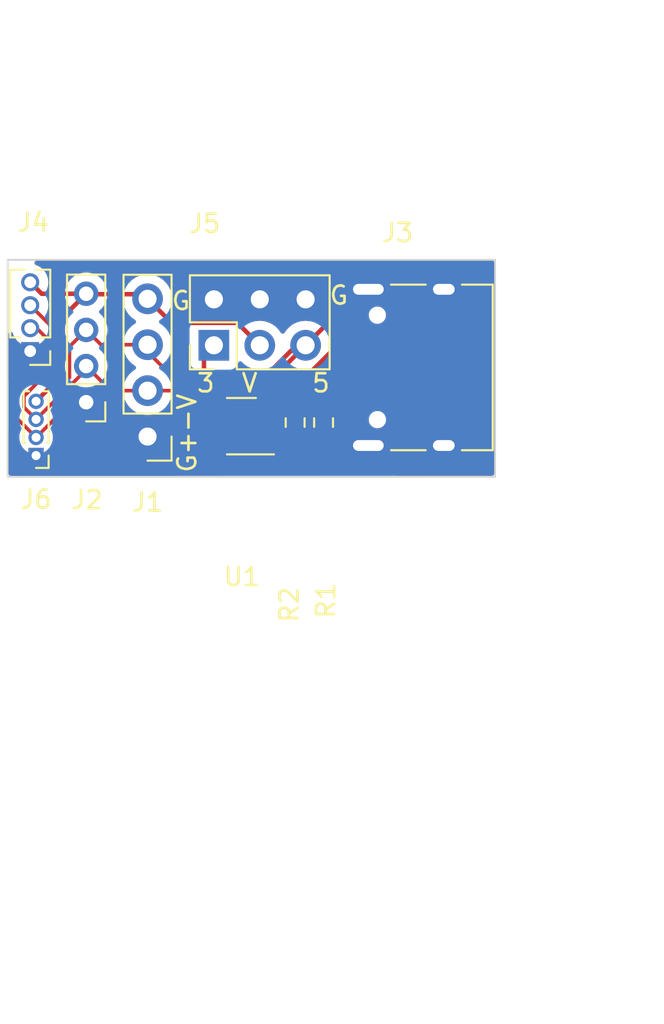
<source format=kicad_pcb>
(kicad_pcb (version 20221018) (generator pcbnew)
  (layers (0 "F.Cu" signal) (31 "B.Cu" signal) (34 "B.Paste" user) (35 "F.Paste" user) (36 "B.SilkS" user "B.Silkscreen") (37 "F.SilkS" user "F.Silkscreen") (38 "B.Mask" user) (39 "F.Mask" user) (44 "Edge.Cuts" user))
  (net 0 "")
  (net 1 "GND")
  (net 2 "/D+")
  (net 3 "/D-")
  (net 4 "/VOUT")
  (net 5 "/5V")
  (net 7 "/3V3")
  (net 8 "Net-(J3-CC1)")
  (net 9 "Net-(J3-CC2)")
  (footprint "Resistor_SMD:R_0603_1608Metric" (layer "F.Cu") (at 128.925 84 90)
    (fp_text reference "R2" (at -10.075 -0.325 90) (layer "F.SilkS"))
    (fp_text value "5.1k")
    (fp_line (start -0.237258 -0.5225) (end 0.237258 -0.5225) (stroke (width 0.12)) (layer "F.SilkS"))
    (fp_line (start -0.237258 0.5225) (end 0.237258 0.5225) (stroke (width 0.12)) (layer "F.SilkS"))
    (pad "1" smd roundrect (at -0.825 0 90) (size 0.8 0.95) (layers "F.Cu" "F.Paste" "F.Mask") (net 1 "GND"))
    (pad "2" smd roundrect (at 0.825 0 90) (size 0.8 0.95) (layers "F.Cu" "F.Paste" "F.Mask") (net 9 "Net-(J3-CC2)"))
  )
  (footprint "Connector_PinHeader_2.54mm:PinHeader_1x04_P2.54mm_Vertical" (layer "F.Cu") (at 120.75 84.775 180)
    (fp_text reference "J1" (at 0 -3.6322) (layer "F.SilkS"))
    (fp_text value "Conn_01x04_Pin")
    (fp_line (start -1.33 -1.33) (end 0 -1.33) (stroke (width 0.12)) (layer "F.SilkS"))
    (fp_line (start -1.33 0) (end -1.33 -1.33) (stroke (width 0.12)) (layer "F.SilkS"))
    (fp_line (start -1.33 1.27) (end -1.33 8.95) (stroke (width 0.12)) (layer "F.SilkS"))
    (fp_line (start -1.33 1.27) (end 1.33 1.27) (stroke (width 0.12)) (layer "F.SilkS"))
    (fp_line (start -1.33 8.95) (end 1.33 8.95) (stroke (width 0.12)) (layer "F.SilkS"))
    (fp_line (start 1.33 1.27) (end 1.33 8.95) (stroke (width 0.12)) (layer "F.SilkS"))
    (pad "1" thru_hole rect (at 0 0 180) (size 1.7 1.7) (drill 1) (layers "*.Cu" "*.Mask") (net 1 "GND"))
    (pad "2" thru_hole oval (at 0 2.54 180) (size 1.7 1.7) (drill 1) (layers "*.Cu" "*.Mask") (net 2 "/D+"))
    (pad "3" thru_hole oval (at 0 5.08 180) (size 1.7 1.7) (drill 1) (layers "*.Cu" "*.Mask") (net 3 "/D-"))
    (pad "4" thru_hole oval (at 0 7.62 180) (size 1.7 1.7) (drill 1) (layers "*.Cu" "*.Mask") (net 4 "/VOUT"))
  )
  (footprint "Connector_USB:USB_C_Receptacle_XKB_U262-16XN-4BVC11" (layer "F.Cu") (at 136.085 80.95 90)
    (fp_text reference "J3" (at 7.45 -1.485 180) (layer "F.SilkS"))
    (fp_text value "USB_C_Receptacle_USB2.0_14P")
    (fp_line (start -4.58 -1.85) (end -4.58 0.07) (stroke (width 0.12)) (layer "F.SilkS"))
    (fp_line (start -4.58 3.785) (end -4.58 2.08) (stroke (width 0.12)) (layer "F.SilkS"))
    (fp_line (start 4.58 0.07) (end 4.58 -1.85) (stroke (width 0.12)) (layer "F.SilkS"))
    (fp_line (start 4.58 2.08) (end 4.58 3.785) (stroke (width 0.12)) (layer "F.SilkS"))
    (fp_line (start 4.58 3.785) (end -4.58 3.785) (stroke (width 0.12)) (layer "F.SilkS"))
    (pad "" np_thru_hole circle (at -2.89 -2.605 90) (size 0.65 0.65) (drill 0.65) (layers "*.Cu" "*.Mask"))
    (pad "" np_thru_hole circle (at 2.89 -2.605 90) (size 0.65 0.65) (drill 0.65) (layers "*.Cu" "*.Mask"))
    (pad "A1" smd rect (at -3.35 -3.67 90) (size 0.3 1.15) (layers "F.Cu" "F.Paste" "F.Mask") (net 1 "GND"))
    (pad "A4" smd rect (at -2.55 -3.67 90) (size 0.3 1.15) (layers "F.Cu" "F.Paste" "F.Mask") (net 5 "/5V"))
    (pad "A5" smd rect (at -1.25 -3.67 90) (size 0.3 1.15) (layers "F.Cu" "F.Paste" "F.Mask") (net 8 "Net-(J3-CC1)"))
    (pad "A6" smd rect (at -0.25 -3.67 90) (size 0.3 1.15) (layers "F.Cu" "F.Paste" "F.Mask") (net 2 "/D+"))
    (pad "A7" smd rect (at 0.25 -3.67 90) (size 0.3 1.15) (layers "F.Cu" "F.Paste" "F.Mask") (net 3 "/D-"))
    (pad "A8" smd rect (at 1.25 -3.67 90) (size 0.3 1.15) (layers "F.Cu" "F.Paste" "F.Mask"))
    (pad "A9" smd rect (at 2.55 -3.67 90) (size 0.3 1.15) (layers "F.Cu" "F.Paste" "F.Mask") (net 5 "/5V"))
    (pad "A12" smd rect (at 3.35 -3.67 90) (size 0.3 1.15) (layers "F.Cu" "F.Paste" "F.Mask") (net 1 "GND"))
    (pad "B1" smd rect (at 3.05 -3.67 90) (size 0.3 1.15) (layers "F.Cu" "F.Paste" "F.Mask") (net 1 "GND"))
    (pad "B4" smd rect (at 2.25 -3.67 90) (size 0.3 1.15) (layers "F.Cu" "F.Paste" "F.Mask") (net 5 "/5V"))
    (pad "B5" smd rect (at 1.75 -3.67 90) (size 0.3 1.15) (layers "F.Cu" "F.Paste" "F.Mask") (net 9 "Net-(J3-CC2)"))
    (pad "B6" smd rect (at 0.75 -3.67 90) (size 0.3 1.15) (layers "F.Cu" "F.Paste" "F.Mask") (net 2 "/D+"))
    (pad "B7" smd rect (at -0.75 -3.67 90) (size 0.3 1.15) (layers "F.Cu" "F.Paste" "F.Mask") (net 3 "/D-"))
    (pad "B8" smd rect (at -1.75 -3.67 90) (size 0.3 1.15) (layers "F.Cu" "F.Paste" "F.Mask"))
    (pad "B9" smd rect (at -2.25 -3.67 90) (size 0.3 1.15) (layers "F.Cu" "F.Paste" "F.Mask") (net 5 "/5V"))
    (pad "B12" smd rect (at -3.05 -3.67 90) (size 0.3 1.15) (layers "F.Cu" "F.Paste" "F.Mask") (net 1 "GND"))
    (pad "S1" thru_hole oval (at -4.32 -3.105 90) (size 1 2.1) (drill oval 0.6 1.7) (layers "*.Cu" "*.Mask") (net 1 "GND"))
    (pad "S1" thru_hole oval (at -4.32 1.075 90) (size 1 1.6) (drill oval 0.6 1.2) (layers "*.Cu" "*.Mask") (net 1 "GND"))
    (pad "S1" thru_hole oval (at 4.32 -3.105 90) (size 1 2.1) (drill oval 0.6 1.7) (layers "*.Cu" "*.Mask") (net 1 "GND"))
    (pad "S1" thru_hole oval (at 4.32 1.075 90) (size 1 1.6) (drill oval 0.6 1.2) (layers "*.Cu" "*.Mask") (net 1 "GND"))
  )
  (footprint "Connector_PinHeader_1.27mm:PinHeader_1x04_P1.27mm_Vertical" (layer "F.Cu") (at 114.25 80.05 180)
    (fp_text reference "J4" (at -0.175 7.125 180) (layer "F.SilkS"))
    (fp_text value "Conn_01x04_Pin")
    (fp_line (start -1.11 -0.76) (end 0 -0.76) (stroke (width 0.12)) (layer "F.SilkS"))
    (fp_line (start -1.11 0) (end -1.11 -0.76) (stroke (width 0.12)) (layer "F.SilkS"))
    (fp_line (start -1.11 0.76) (end -1.11 4.505) (stroke (width 0.12)) (layer "F.SilkS"))
    (fp_line (start -1.11 0.76) (end -0.563471 0.76) (stroke (width 0.12)) (layer "F.SilkS"))
    (fp_line (start -1.11 4.505) (end -0.30753 4.505) (stroke (width 0.12)) (layer "F.SilkS"))
    (fp_line (start 0.30753 4.505) (end 1.11 4.505) (stroke (width 0.12)) (layer "F.SilkS"))
    (fp_line (start 0.563471 0.76) (end 1.11 0.76) (stroke (width 0.12)) (layer "F.SilkS"))
    (fp_line (start 1.11 0.76) (end 1.11 4.505) (stroke (width 0.12)) (layer "F.SilkS"))
    (pad "1" thru_hole rect (at 0 0 180) (size 1 1) (drill 0.65) (layers "*.Cu" "*.Mask") (net 1 "GND"))
    (pad "2" thru_hole oval (at 0 1.27 180) (size 1 1) (drill 0.65) (layers "*.Cu" "*.Mask") (net 2 "/D+"))
    (pad "3" thru_hole oval (at 0 2.54 180) (size 1 1) (drill 0.65) (layers "*.Cu" "*.Mask") (net 3 "/D-"))
    (pad "4" thru_hole oval (at 0 3.81 180) (size 1 1) (drill 0.65) (layers "*.Cu" "*.Mask") (net 4 "/VOUT"))
  )
  (footprint "Package_TO_SOT_SMD:SOT-23-5" (layer "F.Cu") (at 125.95 84.2 180)
    (fp_text reference "U1" (at -0.0254 -8.3312) (layer "F.SilkS"))
    (fp_text value "SPX3819M5-L-3-3")
    (fp_line (start 0 -1.56) (end -1.8 -1.56) (stroke (width 0.12)) (layer "F.SilkS"))
    (fp_line (start 0 -1.56) (end 0.8 -1.56) (stroke (width 0.12)) (layer "F.SilkS"))
    (fp_line (start 0 1.56) (end -0.8 1.56) (stroke (width 0.12)) (layer "F.SilkS"))
    (fp_line (start 0 1.56) (end 0.8 1.56) (stroke (width 0.12)) (layer "F.SilkS"))
    (pad "1" smd roundrect (at -1.1375 -0.95 180) (size 1.325 0.6) (layers "F.Cu" "F.Paste" "F.Mask") (net 5 "/5V"))
    (pad "2" smd roundrect (at -1.1375 0 180) (size 1.325 0.6) (layers "F.Cu" "F.Paste" "F.Mask") (net 1 "GND"))
    (pad "3" smd roundrect (at -1.1375 0.95 180) (size 1.325 0.6) (layers "F.Cu" "F.Paste" "F.Mask") (net 5 "/5V"))
    (pad "4" smd roundrect (at 1.1375 0.95 180) (size 1.325 0.6) (layers "F.Cu" "F.Paste" "F.Mask"))
    (pad "5" smd roundrect (at 1.1375 -0.95 180) (size 1.325 0.6) (layers "F.Cu" "F.Paste" "F.Mask") (net 7 "/3V3"))
  )
  (footprint "Connector_PinHeader_2.54mm:PinHeader_2x03_P2.54mm_Vertical" (layer "F.Cu") (at 124.425 79.725 90)
    (fp_text reference "J5" (at 6.731 -0.508 180) (layer "F.SilkS"))
    (fp_text value "Conn_01x06_Pin")
    (fp_line (start -1.33 -1.33) (end 0 -1.33) (stroke (width 0.12)) (layer "F.SilkS"))
    (fp_line (start -1.33 0) (end -1.33 -1.33) (stroke (width 0.12)) (layer "F.SilkS"))
    (fp_line (start -1.33 1.27) (end -1.33 6.41) (stroke (width 0.12)) (layer "F.SilkS"))
    (fp_line (start -1.33 1.27) (end 1.27 1.27) (stroke (width 0.12)) (layer "F.SilkS"))
    (fp_line (start -1.33 6.41) (end 3.87 6.41) (stroke (width 0.12)) (layer "F.SilkS"))
    (fp_line (start 1.27 -1.33) (end 3.87 -1.33) (stroke (width 0.12)) (layer "F.SilkS"))
    (fp_line (start 1.27 1.27) (end 1.27 -1.33) (stroke (width 0.12)) (layer "F.SilkS"))
    (fp_line (start 3.87 -1.33) (end 3.87 6.41) (stroke (width 0.12)) (layer "F.SilkS"))
    (pad "1" thru_hole rect (at 0 0 90) (size 1.7 1.7) (drill 1) (layers "*.Cu" "*.Mask") (net 7 "/3V3"))
    (pad "2" thru_hole oval (at 2.54 0 90) (size 1.7 1.7) (drill 1) (layers "*.Cu" "*.Mask") (net 1 "GND"))
    (pad "3" thru_hole oval (at 0 2.54 90) (size 1.7 1.7) (drill 1) (layers "*.Cu" "*.Mask") (net 4 "/VOUT"))
    (pad "4" thru_hole oval (at 2.54 2.54 90) (size 1.7 1.7) (drill 1) (layers "*.Cu" "*.Mask") (net 1 "GND"))
    (pad "5" thru_hole oval (at 0 5.08 90) (size 1.7 1.7) (drill 1) (layers "*.Cu" "*.Mask") (net 5 "/5V"))
    (pad "6" thru_hole oval (at 2.54 5.08 90) (size 1.7 1.7) (drill 1) (layers "*.Cu" "*.Mask") (net 1 "GND"))
  )
  (footprint "Resistor_SMD:R_0603_1608Metric" (layer "F.Cu") (at 130.5 84 90)
    (fp_text reference "R1" (at -9.85 0.125 270) (layer "F.SilkS"))
    (fp_text value "5.1k")
    (fp_line (start -0.237258 -0.5225) (end 0.237258 -0.5225) (stroke (width 0.12)) (layer "F.SilkS"))
    (fp_line (start -0.237258 0.5225) (end 0.237258 0.5225) (stroke (width 0.12)) (layer "F.SilkS"))
    (pad "1" smd roundrect (at -0.825 0 90) (size 0.8 0.95) (layers "F.Cu" "F.Paste" "F.Mask") (net 1 "GND"))
    (pad "2" smd roundrect (at 0.825 0 90) (size 0.8 0.95) (layers "F.Cu" "F.Paste" "F.Mask") (net 8 "Net-(J3-CC1)"))
  )
  (footprint "Connector_PinHeader_2.00mm:PinHeader_1x04_P2.00mm_Vertical" (layer "F.Cu") (at 117.35 82.875 180)
    (fp_text reference "J2" (at -0.05 -5.4 180) (layer "F.SilkS"))
    (fp_text value "Conn_01x04_Pin")
    (fp_line (start -1.06 -1.06) (end 0 -1.06) (stroke (width 0.12)) (layer "F.SilkS"))
    (fp_line (start -1.06 0) (end -1.06 -1.06) (stroke (width 0.12)) (layer "F.SilkS"))
    (fp_line (start -1.06 1) (end -1.06 7.06) (stroke (width 0.12)) (layer "F.SilkS"))
    (fp_line (start -1.06 1) (end 1.06 1) (stroke (width 0.12)) (layer "F.SilkS"))
    (fp_line (start -1.06 7.06) (end 1.06 7.06) (stroke (width 0.12)) (layer "F.SilkS"))
    (fp_line (start 1.06 1) (end 1.06 7.06) (stroke (width 0.12)) (layer "F.SilkS"))
    (pad "1" thru_hole rect (at 0 0 180) (size 1.35 1.35) (drill 0.8) (layers "*.Cu" "*.Mask") (net 1 "GND"))
    (pad "2" thru_hole oval (at 0 2 180) (size 1.35 1.35) (drill 0.8) (layers "*.Cu" "*.Mask") (net 2 "/D+"))
    (pad "3" thru_hole oval (at 0 4 180) (size 1.35 1.35) (drill 0.8) (layers "*.Cu" "*.Mask") (net 3 "/D-"))
    (pad "4" thru_hole oval (at 0 6 180) (size 1.35 1.35) (drill 0.8) (layers "*.Cu" "*.Mask") (net 4 "/VOUT"))
  )
  (footprint "Connector_PinHeader_1.00mm:PinHeader_1x04_P1.00mm_Vertical" (layer "F.Cu") (at 114.575 85.825 180)
    (fp_text reference "J6" (at 0 -2.425 180) (layer "F.SilkS"))
    (fp_text value "Conn_01x04_Pin")
    (fp_line (start -0.695 -0.685) (end 0 -0.685) (stroke (width 0.12)) (layer "F.SilkS"))
    (fp_line (start -0.695 0) (end -0.695 -0.685) (stroke (width 0.12)) (layer "F.SilkS"))
    (fp_line (start -0.695 0.685) (end -0.695 3.56) (stroke (width 0.12)) (layer "F.SilkS"))
    (fp_line (start -0.695 0.685) (end -0.608276 0.685) (stroke (width 0.12)) (layer "F.SilkS"))
    (fp_line (start -0.695 3.56) (end -0.394493 3.56) (stroke (width 0.12)) (layer "F.SilkS"))
    (fp_line (start 0.394493 3.56) (end 0.695 3.56) (stroke (width 0.12)) (layer "F.SilkS"))
    (fp_line (start 0.608276 0.685) (end 0.695 0.685) (stroke (width 0.12)) (layer "F.SilkS"))
    (fp_line (start 0.695 0.685) (end 0.695 3.56) (stroke (width 0.12)) (layer "F.SilkS"))
    (pad "1" thru_hole rect (at 0 0 180) (size 0.85 0.85) (drill 0.5) (layers "*.Cu" "*.Mask") (net 1 "GND"))
    (pad "2" thru_hole oval (at 0 1 180) (size 0.85 0.85) (drill 0.5) (layers "*.Cu" "*.Mask") (net 2 "/D+"))
    (pad "3" thru_hole oval (at 0 2 180) (size 0.85 0.85) (drill 0.5) (layers "*.Cu" "*.Mask") (net 3 "/D-"))
    (pad "4" thru_hole oval (at 0 3 180) (size 0.85 0.85) (drill 0.5) (layers "*.Cu" "*.Mask") (net 4 "/VOUT"))
  )
  (gr_rect (start 113 75) (end 140 87) (stroke (width 0.1)) (fill none) (layer "Edge.Cuts"))
  (gr_text "3  V    5" (at 123.4 82.4) (layer "F.SilkS") (effects (font (size 1 1)) (justify left bottom)))
  (gr_text "G+-V" (at 123.525 86.85 90) (layer "F.SilkS") (effects (font (size 1 1)) (justify left bottom)))
  (gr_text "G" (at 130.75 77.55) (layer "F.SilkS") (effects (font (size 1 1)) (justify left bottom)))
  (gr_text "G" (at 122 77.85) (layer "F.SilkS") (effects (font (size 1 1)) (justify left bottom)))
  (segment (start 128.374999 84.825) (end 128.925 84.825) (width 0.25) (layer "F.Cu") (net 1))
  (segment (start 127.0875 84.2) (end 127.749999 84.2) (width 0.25) (layer "F.Cu") (net 1))
  (segment (start 127.749999 84.2) (end 128.374999 84.825) (width 0.25) (layer "F.Cu") (net 1))
  (segment (start 133.4 80.99) (end 133.24 81.15) (width 0.2) (layer "F.Cu") (net 2))
  (segment (start 133.4 80.41) (end 133.4 80.99) (width 0.2) (layer "F.Cu") (net 2))
  (segment (start 117.35 81.07561) (end 117.35 80.875) (width 0.2) (layer "F.Cu") (net 2))
  (segment (start 113.55 83.8) (end 113.55 82.375) (width 0.2) (layer "F.Cu") (net 2))
  (segment (start 120.75 82.235) (end 122.085 82.235) (width 0.2) (layer "F.Cu") (net 2))
  (segment (start 133.19 80.2) (end 133.4 80.41) (width 0.2) (layer "F.Cu") (net 2))
  (segment (start 122.085 82.235) (end 122.3 82.45) (width 0.2) (layer "F.Cu") (net 2))
  (segment (start 114.575 84.825) (end 116.025 83.375) (width 0.2) (layer "F.Cu") (net 2))
  (segment (start 115.325 80.6) (end 115.325 79.497894) (width 0.2) (layer "F.Cu") (net 2))
  (segment (start 122.3 85.9) (end 122.9 86.5) (width 0.2) (layer "F.Cu") (net 2))
  (segment (start 135.54265 83.06) (end 135.15 83.06) (width 0.2) (layer "F.Cu") (net 2))
  (segment (start 135.15 83.66) (end 135.54265 83.66) (width 0.2) (layer "F.Cu") (net 2))
  (segment (start 115.325 79.497894) (end 114.607106 78.78) (width 0.2) (layer "F.Cu") (net 2))
  (segment (start 114.607106 78.78) (end 114.25 78.78) (width 0.2) (layer "F.Cu") (net 2))
  (segment (start 134.85 85.544974) (end 134.85 83.96) (width 0.2) (layer "F.Cu") (net 2))
  (segment (start 132.415 80.2) (end 133.19 80.2) (width 0.2) (layer "F.Cu") (net 2))
  (segment (start 133.894974 86.5) (end 134.85 85.544974) (width 0.2) (layer "F.Cu") (net 2))
  (segment (start 118.71 82.235) (end 117.35 80.875) (width 0.2) (layer "F.Cu") (net 2))
  (segment (start 122.3 82.45) (end 122.3 85.9) (width 0.2) (layer "F.Cu") (net 2))
  (segment (start 116.025 83.375) (end 116.025 82.40061) (width 0.2) (layer "F.Cu") (net 2))
  (segment (start 120.75 82.235) (end 118.71 82.235) (width 0.2) (layer "F.Cu") (net 2))
  (segment (start 116.025 82.40061) (end 117.35 81.07561) (width 0.2) (layer "F.Cu") (net 2))
  (segment (start 122.9 86.5) (end 133.894974 86.5) (width 0.2) (layer "F.Cu") (net 2))
  (segment (start 133.19 81.2) (end 132.415 81.2) (width 0.2) (layer "F.Cu") (net 2))
  (segment (start 133.24 81.15) (end 133.19 81.2) (width 0.2) (layer "F.Cu") (net 2))
  (segment (start 113.55 82.375) (end 115.325 80.6) (width 0.2) (layer "F.Cu") (net 2))
  (segment (start 114.575 84.825) (end 113.55 83.8) (width 0.2) (layer "F.Cu") (net 2))
  (segment (start 134.85 82.76) (end 133.24 81.15) (width 0.2) (layer "F.Cu") (net 2))
  (arc (start 134.85 83.96) (mid 134.937868 83.747868) (end 135.15 83.66) (width 0.2) (layer "F.Cu") (net 2))
  (arc (start 135.84265 83.36) (mid 135.754782 83.147868) (end 135.54265 83.06) (width 0.2) (layer "F.Cu") (net 2))
  (arc (start 135.15 83.06) (mid 134.937868 82.972132) (end 134.85 82.76) (width 0.2) (layer "F.Cu") (net 2))
  (arc (start 135.54265 83.66) (mid 135.754782 83.572132) (end 135.84265 83.36) (width 0.2) (layer "F.Cu") (net 2))
  (segment (start 120.75 80.0846) (end 120.75 79.695) (width 0.2) (layer "F.Cu") (net 3))
  (segment (start 131.4 80.94) (end 131.4 81.5) (width 0.2) (layer "F.Cu") (net 3))
  (segment (start 131.6 81.7) (end 132.415 81.7) (width 0.2) (layer "F.Cu") (net 3))
  (segment (start 122.65 81.9846) (end 120.75 80.0846) (width 0.2) (layer "F.Cu") (net 3))
  (segment (start 118.17 79.695) (end 120.75 79.695) (width 0.2) (layer "F.Cu") (net 3))
  (segment (start 113.9 82.545405) (end 115.675 80.770405) (width 0.2) (layer "F.Cu") (net 3))
  (segment (start 122.65 85.65) (end 122.65 81.9846) (width 0.2) (layer "F.Cu") (net 3))
  (segment (start 134.5 85.4) (end 133.8 86.1) (width 0.2) (layer "F.Cu") (net 3))
  (segment (start 123.1 86.1) (end 122.65 85.65) (width 0.2) (layer "F.Cu") (net 3))
  (segment (start 115.675 78.935) (end 114.25 77.51) (width 0.2) (layer "F.Cu") (net 3))
  (segment (start 113.9 83.15) (end 113.9 82.545405) (width 0.2) (layer "F.Cu") (net 3))
  (segment (start 131.4 81.5) (end 131.6 81.7) (width 0.2) (layer "F.Cu") (net 3))
  (segment (start 116.425 81.505635) (end 116.425 79.8) (width 0.2) (layer "F.Cu") (net 3))
  (segment (start 131.64 80.7) (end 131.4 80.94) (width 0.2) (layer "F.Cu") (net 3))
  (segment (start 133.8 86.1) (end 123.1 86.1) (width 0.2) (layer "F.Cu") (net 3))
  (segment (start 132.415 80.7) (end 131.64 80.7) (width 0.2) (layer "F.Cu") (net 3))
  (segment (start 114.575 83.825) (end 113.9 83.15) (width 0.2) (layer "F.Cu") (net 3))
  (segment (start 115.675 82.725) (end 115.675 82.255635) (width 0.2) (layer "F.Cu") (net 3))
  (segment (start 116.425 79.8) (end 117.35 78.875) (width 0.2) (layer "F.Cu") (net 3))
  (segment (start 134.5 83.1) (end 134.5 85.4) (width 0.2) (layer "F.Cu") (net 3))
  (segment (start 115.675 80.770405) (end 115.675 78.935) (width 0.2) (layer "F.Cu") (net 3))
  (segment (start 114.575 83.825) (end 115.675 82.725) (width 0.2) (layer "F.Cu") (net 3))
  (segment (start 133.1 81.7) (end 134.5 83.1) (width 0.2) (layer "F.Cu") (net 3))
  (segment (start 117.35 78.875) (end 118.17 79.695) (width 0.2) (layer "F.Cu") (net 3))
  (segment (start 132.415 81.7) (end 133.1 81.7) (width 0.2) (layer "F.Cu") (net 3))
  (segment (start 115.675 82.255635) (end 116.425 81.505635) (width 0.2) (layer "F.Cu") (net 3))
  (segment (start 117.35 76.875) (end 117.375 76.9) (width 0.25) (layer "F.Cu") (net 4))
  (segment (start 115.625305 81.775) (end 116.05 81.350305) (width 0.25) (layer "F.Cu") (net 4))
  (segment (start 126.965 79.725) (end 125.726 78.486) (width 0.25) (layer "F.Cu") (net 4))
  (segment (start 122.081 78.486) (end 120.75 77.155) (width 0.25) (layer "F.Cu") (net 4))
  (segment (start 117.375 76.9) (end 120.495 76.9) (width 0.25) (layer "F.Cu") (net 4))
  (segment (start 125.726 78.486) (end 122.081 78.486) (width 0.25) (layer "F.Cu") (net 4))
  (segment (start 120.495 76.9) (end 120.75 77.155) (width 0.25) (layer "F.Cu") (net 4))
  (segment (start 115.625 81.775) (end 115.625305 81.775) (width 0.25) (layer "F.Cu") (net 4))
  (segment (start 116.05 78.175) (end 117.35 76.875) (width 0.25) (layer "F.Cu") (net 4))
  (segment (start 114.575 82.825) (end 115.625 81.775) (width 0.25) (layer "F.Cu") (net 4))
  (segment (start 117.35 76.875) (end 114.885 76.875) (width 0.25) (layer "F.Cu") (net 4))
  (segment (start 114.885 76.875) (end 114.25 76.24) (width 0.25) (layer "F.Cu") (net 4))
  (segment (start 116.05 81.350305) (end 116.05 78.175) (width 0.25) (layer "F.Cu") (net 4))
  (segment (start 126.425001 85.15) (end 127.0875 85.15) (width 0.25) (layer "F.Cu") (net 5))
  (segment (start 126.645882 83.25) (end 126.1 83.795882) (width 0.25) (layer "F.Cu") (net 5))
  (segment (start 128.175 83.577292) (end 128.175 81.055) (width 0.25) (layer "F.Cu") (net 5))
  (segment (start 130.83 78.4) (end 132.415 78.4) (width 0.25) (layer "F.Cu") (net 5))
  (segment (start 128.175 81.055) (end 129.505 79.725) (width 0.25) (layer "F.Cu") (net 5))
  (segment (start 127.0875 83.25) (end 126.645882 83.25) (width 0.25) (layer "F.Cu") (net 5))
  (segment (start 129 79.725) (end 129.505 79.725) (width 0.25) (layer "F.Cu") (net 5))
  (segment (start 132.415 83.2) (end 132 83.2) (width 0.25) (layer "F.Cu") (net 5))
  (segment (start 128.597708 84) (end 128.175 83.577292) (width 0.25) (layer "F.Cu") (net 5))
  (segment (start 127.0875 83.25) (end 127.0875 81.6375) (width 0.25) (layer "F.Cu") (net 5))
  (segment (start 131.2 84) (end 128.597708 84) (width 0.25) (layer "F.Cu") (net 5))
  (segment (start 132 83.2) (end 131.2 84) (width 0.25) (layer "F.Cu") (net 5))
  (segment (start 126.1 84.824999) (end 126.425001 85.15) (width 0.25) (layer "F.Cu") (net 5))
  (segment (start 127.0875 81.6375) (end 129 79.725) (width 0.25) (layer "F.Cu") (net 5))
  (segment (start 126.1 83.795882) (end 126.1 84.824999) (width 0.25) (layer "F.Cu") (net 5))
  (segment (start 129.505 79.725) (end 130.83 78.4) (width 0.25) (layer "F.Cu") (net 5))
  (segment (start 124.8125 85.15) (end 123.875 84.2125) (width 0.25) (layer "F.Cu") (net 7))
  (segment (start 123.875 80.275) (end 124.425 79.725) (width 0.25) (layer "F.Cu") (net 7))
  (segment (start 123.875 84.2125) (end 123.875 80.275) (width 0.25) (layer "F.Cu") (net 7))
  (segment (start 132.415 82.2) (end 131.475 82.2) (width 0.25) (layer "F.Cu") (net 8))
  (segment (start 131.475 82.2) (end 130.5 83.175) (width 0.25) (layer "F.Cu") (net 8))
  (segment (start 128.925 83.175) (end 128.925 82.075) (width 0.25) (layer "F.Cu") (net 9))
  (segment (start 128.925 82.075) (end 131.8 79.2) (width 0.25) (layer "F.Cu") (net 9))
  (segment (start 131.8 79.2) (end 132.415 79.2) (width 0.25) (layer "F.Cu") (net 9))
  (zone (net 1) (net_name "GND") (layers "F&B.Cu") (connect_pads yes (clearance 0.5)) (min_thickness 0.25) (fill yes (thermal_gap 0.5) (thermal_bridge_width 0.5))
    (polygon (pts (xy 113.05 75.05) (xy 113.05 86.95) (xy 139.954 86.9442) (xy 139.954 75.0316)))
  )
)
</source>
